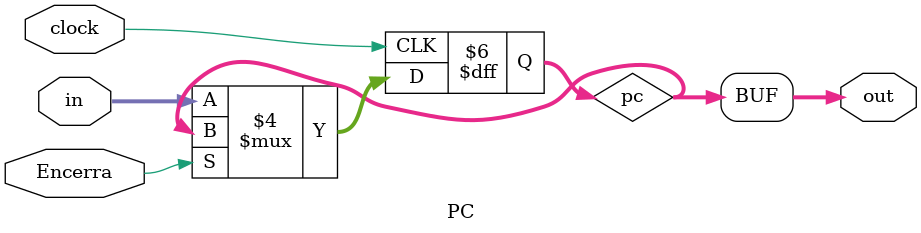
<source format=v>
module PC (
  input wire clock,
  input wire [7:0] in,
  output wire [7:0] out,
  input Encerra
);
  
  reg [7:0] pc;
  
  always @(posedge clock)
    begin
    if(~Encerra) begin 
      pc = in;
    end
  end
  
  assign out = pc;

endmodule
</source>
